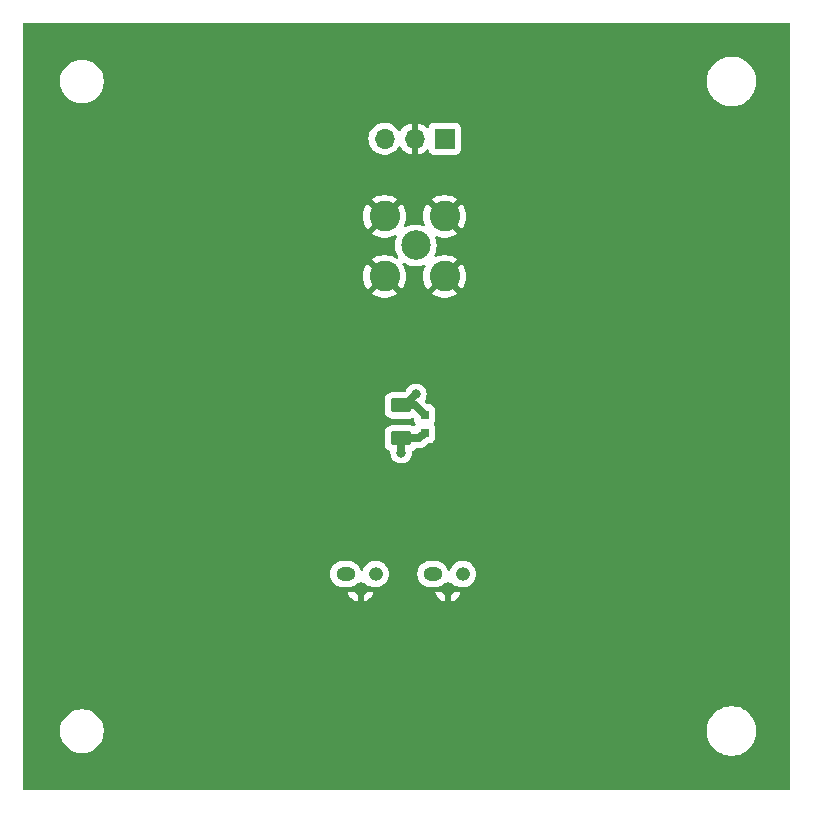
<source format=gbl>
G04 #@! TF.GenerationSoftware,KiCad,Pcbnew,8.0.2*
G04 #@! TF.CreationDate,2024-06-23T21:23:38-04:00*
G04 #@! TF.ProjectId,Homodyne,486f6d6f-6479-46e6-952e-6b696361645f,rev?*
G04 #@! TF.SameCoordinates,Original*
G04 #@! TF.FileFunction,Copper,L2,Bot*
G04 #@! TF.FilePolarity,Positive*
%FSLAX46Y46*%
G04 Gerber Fmt 4.6, Leading zero omitted, Abs format (unit mm)*
G04 Created by KiCad (PCBNEW 8.0.2) date 2024-06-23 21:23:38*
%MOMM*%
%LPD*%
G01*
G04 APERTURE LIST*
G04 Aperture macros list*
%AMRoundRect*
0 Rectangle with rounded corners*
0 $1 Rounding radius*
0 $2 $3 $4 $5 $6 $7 $8 $9 X,Y pos of 4 corners*
0 Add a 4 corners polygon primitive as box body*
4,1,4,$2,$3,$4,$5,$6,$7,$8,$9,$2,$3,0*
0 Add four circle primitives for the rounded corners*
1,1,$1+$1,$2,$3*
1,1,$1+$1,$4,$5*
1,1,$1+$1,$6,$7*
1,1,$1+$1,$8,$9*
0 Add four rect primitives between the rounded corners*
20,1,$1+$1,$2,$3,$4,$5,0*
20,1,$1+$1,$4,$5,$6,$7,0*
20,1,$1+$1,$6,$7,$8,$9,0*
20,1,$1+$1,$8,$9,$2,$3,0*%
G04 Aperture macros list end*
G04 #@! TA.AperFunction,ComponentPad*
%ADD10C,2.600000*%
G04 #@! TD*
G04 #@! TA.AperFunction,ComponentPad*
%ADD11C,2.500000*%
G04 #@! TD*
G04 #@! TA.AperFunction,ComponentPad*
%ADD12R,1.700000X1.700000*%
G04 #@! TD*
G04 #@! TA.AperFunction,ComponentPad*
%ADD13O,1.700000X1.700000*%
G04 #@! TD*
G04 #@! TA.AperFunction,ComponentPad*
%ADD14O,1.600000X1.200000*%
G04 #@! TD*
G04 #@! TA.AperFunction,ComponentPad*
%ADD15O,1.200000X1.200000*%
G04 #@! TD*
G04 #@! TA.AperFunction,SMDPad,CuDef*
%ADD16RoundRect,0.250000X-0.625000X0.375000X-0.625000X-0.375000X0.625000X-0.375000X0.625000X0.375000X0*%
G04 #@! TD*
G04 #@! TA.AperFunction,SMDPad,CuDef*
%ADD17R,0.750000X0.800000*%
G04 #@! TD*
G04 #@! TA.AperFunction,ViaPad*
%ADD18C,1.500000*%
G04 #@! TD*
G04 #@! TA.AperFunction,ViaPad*
%ADD19C,0.800000*%
G04 #@! TD*
G04 #@! TA.AperFunction,Conductor*
%ADD20C,0.650000*%
G04 #@! TD*
G04 APERTURE END LIST*
D10*
X150620000Y-86420000D03*
X150620000Y-91500000D03*
X155700000Y-86420000D03*
X155700000Y-91500000D03*
D11*
X153260000Y-88885000D03*
D12*
X155700000Y-79850000D03*
D13*
X153160000Y-79850000D03*
X150620000Y-79850000D03*
D14*
X147320000Y-116700000D03*
D15*
X148590000Y-117970000D03*
X149860000Y-116700000D03*
D14*
X154700000Y-116700000D03*
D15*
X155970000Y-117970000D03*
X157240000Y-116700000D03*
D16*
X152000000Y-102425000D03*
X152000000Y-105225000D03*
D17*
X154020000Y-103240000D03*
X154020000Y-104740000D03*
D18*
X156500000Y-129000000D03*
X142000000Y-74000000D03*
X129000000Y-111000000D03*
X161000000Y-83000000D03*
X179000000Y-124000000D03*
X169000000Y-84000000D03*
X133000000Y-91000000D03*
X124000000Y-84000000D03*
X182000000Y-119000000D03*
X163500000Y-126000000D03*
X143000000Y-91000000D03*
X140000000Y-129000000D03*
X140000000Y-107000000D03*
X175000000Y-92000000D03*
X135000000Y-109000000D03*
X137000000Y-124000000D03*
X171000000Y-110000000D03*
X171000000Y-124000000D03*
X168000000Y-96000000D03*
X167000000Y-75000000D03*
X163000000Y-93000000D03*
X143000000Y-112000000D03*
X175000000Y-97000000D03*
X150000000Y-124500000D03*
X138430000Y-86360000D03*
D19*
X153275000Y-101500000D03*
X152025000Y-106425000D03*
D20*
X152000000Y-102425000D02*
X152350000Y-102425000D01*
X152350000Y-102425000D02*
X153275000Y-101500000D01*
X153205000Y-102425000D02*
X154020000Y-103240000D01*
X152000000Y-102425000D02*
X153205000Y-102425000D01*
X152025000Y-105250000D02*
X152000000Y-105225000D01*
X152025000Y-106425000D02*
X152025000Y-105250000D01*
X153535000Y-105225000D02*
X154020000Y-104740000D01*
X152000000Y-105225000D02*
X153535000Y-105225000D01*
G04 #@! TA.AperFunction,Conductor*
G36*
X184917539Y-70045185D02*
G01*
X184963294Y-70097989D01*
X184974500Y-70149500D01*
X184974500Y-134850500D01*
X184954815Y-134917539D01*
X184902011Y-134963294D01*
X184850500Y-134974500D01*
X120149500Y-134974500D01*
X120082461Y-134954815D01*
X120036706Y-134902011D01*
X120025500Y-134850500D01*
X120025500Y-129878711D01*
X123149500Y-129878711D01*
X123149500Y-130121288D01*
X123181161Y-130361785D01*
X123243947Y-130596104D01*
X123277303Y-130676632D01*
X123336776Y-130820212D01*
X123458064Y-131030289D01*
X123458066Y-131030292D01*
X123458067Y-131030293D01*
X123605733Y-131222736D01*
X123605739Y-131222743D01*
X123777256Y-131394260D01*
X123777262Y-131394265D01*
X123969711Y-131541936D01*
X124179788Y-131663224D01*
X124403900Y-131756054D01*
X124638211Y-131818838D01*
X124818586Y-131842584D01*
X124878711Y-131850500D01*
X124878712Y-131850500D01*
X125121289Y-131850500D01*
X125169388Y-131844167D01*
X125361789Y-131818838D01*
X125596100Y-131756054D01*
X125820212Y-131663224D01*
X126030289Y-131541936D01*
X126222738Y-131394265D01*
X126394265Y-131222738D01*
X126541936Y-131030289D01*
X126663224Y-130820212D01*
X126756054Y-130596100D01*
X126818838Y-130361789D01*
X126850500Y-130121288D01*
X126850500Y-129878712D01*
X126848344Y-129862332D01*
X177899500Y-129862332D01*
X177899500Y-130137667D01*
X177899501Y-130137684D01*
X177935438Y-130410655D01*
X177935439Y-130410660D01*
X177935440Y-130410666D01*
X177935441Y-130410668D01*
X178006704Y-130676630D01*
X178112075Y-130931017D01*
X178112080Y-130931028D01*
X178194861Y-131074407D01*
X178249751Y-131169479D01*
X178249753Y-131169482D01*
X178249754Y-131169483D01*
X178417370Y-131387926D01*
X178417376Y-131387933D01*
X178612066Y-131582623D01*
X178612072Y-131582628D01*
X178830521Y-131750249D01*
X178983778Y-131838732D01*
X179068971Y-131887919D01*
X179068976Y-131887921D01*
X179068979Y-131887923D01*
X179323368Y-131993295D01*
X179589334Y-132064560D01*
X179862326Y-132100500D01*
X179862333Y-132100500D01*
X180137667Y-132100500D01*
X180137674Y-132100500D01*
X180410666Y-132064560D01*
X180676632Y-131993295D01*
X180931021Y-131887923D01*
X181169479Y-131750249D01*
X181387928Y-131582628D01*
X181582628Y-131387928D01*
X181750249Y-131169479D01*
X181887923Y-130931021D01*
X181993295Y-130676632D01*
X182064560Y-130410666D01*
X182100500Y-130137674D01*
X182100500Y-129862326D01*
X182064560Y-129589334D01*
X181993295Y-129323368D01*
X181887923Y-129068979D01*
X181887921Y-129068976D01*
X181887919Y-129068971D01*
X181838732Y-128983778D01*
X181750249Y-128830521D01*
X181582628Y-128612072D01*
X181582623Y-128612066D01*
X181387933Y-128417376D01*
X181387926Y-128417370D01*
X181169483Y-128249754D01*
X181169482Y-128249753D01*
X181169479Y-128249751D01*
X181050678Y-128181161D01*
X180931028Y-128112080D01*
X180931017Y-128112075D01*
X180676630Y-128006704D01*
X180543649Y-127971072D01*
X180410666Y-127935440D01*
X180410660Y-127935439D01*
X180410655Y-127935438D01*
X180137684Y-127899501D01*
X180137679Y-127899500D01*
X180137674Y-127899500D01*
X179862326Y-127899500D01*
X179862320Y-127899500D01*
X179862315Y-127899501D01*
X179589344Y-127935438D01*
X179589337Y-127935439D01*
X179589334Y-127935440D01*
X179533125Y-127950500D01*
X179323369Y-128006704D01*
X179068982Y-128112075D01*
X179068971Y-128112080D01*
X178830516Y-128249754D01*
X178612073Y-128417370D01*
X178612066Y-128417376D01*
X178417376Y-128612066D01*
X178417370Y-128612073D01*
X178249754Y-128830516D01*
X178112080Y-129068971D01*
X178112075Y-129068982D01*
X178006704Y-129323369D01*
X177935441Y-129589331D01*
X177935438Y-129589344D01*
X177899501Y-129862315D01*
X177899500Y-129862332D01*
X126848344Y-129862332D01*
X126818838Y-129638211D01*
X126756054Y-129403900D01*
X126663224Y-129179788D01*
X126541936Y-128969711D01*
X126394265Y-128777262D01*
X126394260Y-128777256D01*
X126222743Y-128605739D01*
X126222736Y-128605733D01*
X126030293Y-128458067D01*
X126030292Y-128458066D01*
X126030289Y-128458064D01*
X125820212Y-128336776D01*
X125820205Y-128336773D01*
X125596104Y-128243947D01*
X125361785Y-128181161D01*
X125121289Y-128149500D01*
X125121288Y-128149500D01*
X124878712Y-128149500D01*
X124878711Y-128149500D01*
X124638214Y-128181161D01*
X124403895Y-128243947D01*
X124179794Y-128336773D01*
X124179785Y-128336777D01*
X123969706Y-128458067D01*
X123777263Y-128605733D01*
X123777256Y-128605739D01*
X123605739Y-128777256D01*
X123605733Y-128777263D01*
X123458067Y-128969706D01*
X123336777Y-129179785D01*
X123336773Y-129179794D01*
X123243947Y-129403895D01*
X123181161Y-129638214D01*
X123149500Y-129878711D01*
X120025500Y-129878711D01*
X120025500Y-118220000D01*
X147517472Y-118220000D01*
X147559885Y-118369065D01*
X147559890Y-118369078D01*
X147650754Y-118551556D01*
X147773608Y-118714242D01*
X147924260Y-118851578D01*
X148097584Y-118958897D01*
X148287678Y-119032539D01*
X148340000Y-119042320D01*
X148840000Y-119042320D01*
X148892321Y-119032539D01*
X149082415Y-118958897D01*
X149255739Y-118851578D01*
X149406391Y-118714242D01*
X149529245Y-118551556D01*
X149620109Y-118369078D01*
X149620114Y-118369065D01*
X149662528Y-118220000D01*
X154897472Y-118220000D01*
X154939885Y-118369065D01*
X154939890Y-118369078D01*
X155030754Y-118551556D01*
X155153608Y-118714242D01*
X155304260Y-118851578D01*
X155477584Y-118958897D01*
X155667678Y-119032539D01*
X155720000Y-119042320D01*
X156220000Y-119042320D01*
X156272321Y-119032539D01*
X156462415Y-118958897D01*
X156635739Y-118851578D01*
X156786391Y-118714242D01*
X156909245Y-118551556D01*
X157000109Y-118369078D01*
X157000114Y-118369065D01*
X157042528Y-118220000D01*
X156220000Y-118220000D01*
X156220000Y-119042320D01*
X155720000Y-119042320D01*
X155720000Y-118220000D01*
X154897472Y-118220000D01*
X149662528Y-118220000D01*
X148840000Y-118220000D01*
X148840000Y-119042320D01*
X148340000Y-119042320D01*
X148340000Y-118220000D01*
X147517472Y-118220000D01*
X120025500Y-118220000D01*
X120025500Y-116612759D01*
X146011500Y-116612759D01*
X146011500Y-116787240D01*
X146038795Y-116959575D01*
X146092710Y-117125513D01*
X146092711Y-117125516D01*
X146171928Y-117280984D01*
X146274477Y-117422132D01*
X146274481Y-117422137D01*
X146397862Y-117545518D01*
X146397867Y-117545522D01*
X146500378Y-117620000D01*
X146539019Y-117648074D01*
X146634134Y-117696538D01*
X146694483Y-117727288D01*
X146694486Y-117727289D01*
X146777455Y-117754246D01*
X146860426Y-117781205D01*
X147032759Y-117808500D01*
X147032760Y-117808500D01*
X147607240Y-117808500D01*
X147607241Y-117808500D01*
X147779574Y-117781205D01*
X147945516Y-117727288D01*
X147945517Y-117727287D01*
X147949267Y-117726069D01*
X147987585Y-117720000D01*
X148345025Y-117720000D01*
X148309930Y-117755095D01*
X148263852Y-117834905D01*
X148240000Y-117923922D01*
X148240000Y-118016078D01*
X148263852Y-118105095D01*
X148309930Y-118184905D01*
X148375095Y-118250070D01*
X148454905Y-118296148D01*
X148543922Y-118320000D01*
X148636078Y-118320000D01*
X148725095Y-118296148D01*
X148804905Y-118250070D01*
X148870070Y-118184905D01*
X148916148Y-118105095D01*
X148940000Y-118016078D01*
X148940000Y-117923922D01*
X148916148Y-117834905D01*
X148870070Y-117755095D01*
X148834975Y-117720000D01*
X149401159Y-117720000D01*
X149445952Y-117728373D01*
X149544260Y-117766456D01*
X149555345Y-117770751D01*
X149757282Y-117808500D01*
X149757284Y-117808500D01*
X149962716Y-117808500D01*
X149962718Y-117808500D01*
X150164655Y-117770751D01*
X150356218Y-117696540D01*
X150530882Y-117588392D01*
X150682701Y-117449991D01*
X150806503Y-117286050D01*
X150898074Y-117102152D01*
X150954294Y-116904559D01*
X150973249Y-116700000D01*
X150965165Y-116612759D01*
X153391500Y-116612759D01*
X153391500Y-116787240D01*
X153418795Y-116959575D01*
X153472710Y-117125513D01*
X153472711Y-117125516D01*
X153551928Y-117280984D01*
X153654477Y-117422132D01*
X153654481Y-117422137D01*
X153777862Y-117545518D01*
X153777867Y-117545522D01*
X153880378Y-117620000D01*
X153919019Y-117648074D01*
X154014134Y-117696538D01*
X154074483Y-117727288D01*
X154074486Y-117727289D01*
X154157455Y-117754246D01*
X154240426Y-117781205D01*
X154412759Y-117808500D01*
X154412760Y-117808500D01*
X154987240Y-117808500D01*
X154987241Y-117808500D01*
X155159574Y-117781205D01*
X155325516Y-117727288D01*
X155325517Y-117727287D01*
X155329267Y-117726069D01*
X155367585Y-117720000D01*
X155725025Y-117720000D01*
X155689930Y-117755095D01*
X155643852Y-117834905D01*
X155620000Y-117923922D01*
X155620000Y-118016078D01*
X155643852Y-118105095D01*
X155689930Y-118184905D01*
X155755095Y-118250070D01*
X155834905Y-118296148D01*
X155923922Y-118320000D01*
X156016078Y-118320000D01*
X156105095Y-118296148D01*
X156184905Y-118250070D01*
X156250070Y-118184905D01*
X156296148Y-118105095D01*
X156320000Y-118016078D01*
X156320000Y-117923922D01*
X156296148Y-117834905D01*
X156250070Y-117755095D01*
X156214975Y-117720000D01*
X156781159Y-117720000D01*
X156825952Y-117728373D01*
X156924260Y-117766456D01*
X156935345Y-117770751D01*
X157137282Y-117808500D01*
X157137284Y-117808500D01*
X157342716Y-117808500D01*
X157342718Y-117808500D01*
X157544655Y-117770751D01*
X157736218Y-117696540D01*
X157910882Y-117588392D01*
X158062701Y-117449991D01*
X158186503Y-117286050D01*
X158278074Y-117102152D01*
X158334294Y-116904559D01*
X158353249Y-116700000D01*
X158334294Y-116495441D01*
X158278074Y-116297848D01*
X158266443Y-116274489D01*
X158186506Y-116113955D01*
X158186501Y-116113947D01*
X158062699Y-115950006D01*
X157910883Y-115811609D01*
X157910882Y-115811608D01*
X157736218Y-115703460D01*
X157544655Y-115629249D01*
X157342718Y-115591500D01*
X157137282Y-115591500D01*
X156935345Y-115629249D01*
X156935342Y-115629249D01*
X156935342Y-115629250D01*
X156743779Y-115703461D01*
X156569116Y-115811609D01*
X156417300Y-115950006D01*
X156293498Y-116113947D01*
X156293493Y-116113955D01*
X156201930Y-116297837D01*
X156201926Y-116297847D01*
X156188655Y-116344491D01*
X156151375Y-116403583D01*
X156088065Y-116433141D01*
X156018826Y-116423778D01*
X155965640Y-116378467D01*
X155951458Y-116348872D01*
X155927290Y-116274489D01*
X155927288Y-116274483D01*
X155899856Y-116220646D01*
X155848074Y-116119019D01*
X155834971Y-116100984D01*
X155745522Y-115977867D01*
X155745518Y-115977862D01*
X155622137Y-115854481D01*
X155622132Y-115854477D01*
X155480984Y-115751928D01*
X155480983Y-115751927D01*
X155480981Y-115751926D01*
X155431175Y-115726548D01*
X155325516Y-115672711D01*
X155325513Y-115672710D01*
X155159575Y-115618795D01*
X155073407Y-115605147D01*
X154987241Y-115591500D01*
X154412759Y-115591500D01*
X154355314Y-115600598D01*
X154240424Y-115618795D01*
X154074486Y-115672710D01*
X154074483Y-115672711D01*
X153919015Y-115751928D01*
X153777867Y-115854477D01*
X153777862Y-115854481D01*
X153654481Y-115977862D01*
X153654477Y-115977867D01*
X153551928Y-116119015D01*
X153472711Y-116274483D01*
X153472710Y-116274486D01*
X153418795Y-116440424D01*
X153391500Y-116612759D01*
X150965165Y-116612759D01*
X150954294Y-116495441D01*
X150898074Y-116297848D01*
X150886443Y-116274489D01*
X150806506Y-116113955D01*
X150806501Y-116113947D01*
X150682699Y-115950006D01*
X150530883Y-115811609D01*
X150530882Y-115811608D01*
X150356218Y-115703460D01*
X150164655Y-115629249D01*
X149962718Y-115591500D01*
X149757282Y-115591500D01*
X149555345Y-115629249D01*
X149555342Y-115629249D01*
X149555342Y-115629250D01*
X149363779Y-115703461D01*
X149189116Y-115811609D01*
X149037300Y-115950006D01*
X148913498Y-116113947D01*
X148913493Y-116113955D01*
X148821930Y-116297837D01*
X148821926Y-116297847D01*
X148808655Y-116344491D01*
X148771375Y-116403583D01*
X148708065Y-116433141D01*
X148638826Y-116423778D01*
X148585640Y-116378467D01*
X148571458Y-116348872D01*
X148547290Y-116274489D01*
X148547288Y-116274483D01*
X148519856Y-116220646D01*
X148468074Y-116119019D01*
X148454971Y-116100984D01*
X148365522Y-115977867D01*
X148365518Y-115977862D01*
X148242137Y-115854481D01*
X148242132Y-115854477D01*
X148100984Y-115751928D01*
X148100983Y-115751927D01*
X148100981Y-115751926D01*
X148051175Y-115726548D01*
X147945516Y-115672711D01*
X147945513Y-115672710D01*
X147779575Y-115618795D01*
X147693407Y-115605147D01*
X147607241Y-115591500D01*
X147032759Y-115591500D01*
X146975314Y-115600598D01*
X146860424Y-115618795D01*
X146694486Y-115672710D01*
X146694483Y-115672711D01*
X146539015Y-115751928D01*
X146397867Y-115854477D01*
X146397862Y-115854481D01*
X146274481Y-115977862D01*
X146274477Y-115977867D01*
X146171928Y-116119015D01*
X146092711Y-116274483D01*
X146092710Y-116274486D01*
X146038795Y-116440424D01*
X146011500Y-116612759D01*
X120025500Y-116612759D01*
X120025500Y-101999447D01*
X150616500Y-101999447D01*
X150616500Y-102850537D01*
X150616501Y-102850553D01*
X150627113Y-102954426D01*
X150682885Y-103122738D01*
X150775970Y-103273652D01*
X150901348Y-103399030D01*
X151052262Y-103492115D01*
X151220574Y-103547887D01*
X151324455Y-103558500D01*
X152675544Y-103558499D01*
X152779426Y-103547887D01*
X152947738Y-103492115D01*
X152947743Y-103492112D01*
X152954291Y-103489060D01*
X152954861Y-103490282D01*
X153014784Y-103473881D01*
X153081450Y-103494797D01*
X153126224Y-103548435D01*
X153136500Y-103597860D01*
X153136500Y-103688654D01*
X153143011Y-103749202D01*
X153143011Y-103749204D01*
X153178505Y-103844363D01*
X153194111Y-103886204D01*
X153194112Y-103886206D01*
X153194113Y-103886207D01*
X153216184Y-103915691D01*
X153240600Y-103981156D01*
X153225747Y-104049429D01*
X153216184Y-104064309D01*
X153194113Y-104093792D01*
X153194110Y-104093797D01*
X153181364Y-104127971D01*
X153139491Y-104183904D01*
X153074026Y-104208319D01*
X153005754Y-104193466D01*
X153000094Y-104190179D01*
X152947738Y-104157885D01*
X152857462Y-104127971D01*
X152779427Y-104102113D01*
X152675545Y-104091500D01*
X151324462Y-104091500D01*
X151324446Y-104091501D01*
X151220572Y-104102113D01*
X151052264Y-104157884D01*
X151052259Y-104157886D01*
X150901346Y-104250971D01*
X150775971Y-104376346D01*
X150682886Y-104527259D01*
X150682884Y-104527264D01*
X150627113Y-104695572D01*
X150616500Y-104799447D01*
X150616500Y-105650537D01*
X150616501Y-105650553D01*
X150620002Y-105684819D01*
X150627113Y-105754426D01*
X150682885Y-105922738D01*
X150775970Y-106073652D01*
X150901348Y-106199030D01*
X151052262Y-106292115D01*
X151052264Y-106292115D01*
X151054630Y-106293575D01*
X151101354Y-106345523D01*
X151112854Y-106412071D01*
X151111496Y-106424996D01*
X151111496Y-106425000D01*
X151131458Y-106614928D01*
X151131459Y-106614931D01*
X151190470Y-106796549D01*
X151190473Y-106796556D01*
X151285960Y-106961944D01*
X151413747Y-107103866D01*
X151568248Y-107216118D01*
X151742712Y-107293794D01*
X151929513Y-107333500D01*
X152120487Y-107333500D01*
X152307288Y-107293794D01*
X152481752Y-107216118D01*
X152636253Y-107103866D01*
X152764040Y-106961944D01*
X152859527Y-106796556D01*
X152918542Y-106614928D01*
X152938504Y-106425000D01*
X152934101Y-106383111D01*
X152946670Y-106314383D01*
X152992324Y-106264613D01*
X153098652Y-106199030D01*
X153202864Y-106094818D01*
X153264187Y-106061334D01*
X153290545Y-106058500D01*
X153617095Y-106058500D01*
X153617096Y-106058499D01*
X153778123Y-106026469D01*
X153929810Y-105963638D01*
X153929810Y-105963637D01*
X153929812Y-105963637D01*
X153997609Y-105918335D01*
X154066325Y-105872422D01*
X154253928Y-105684819D01*
X154315251Y-105651334D01*
X154341609Y-105648500D01*
X154443638Y-105648500D01*
X154443654Y-105648499D01*
X154470692Y-105645591D01*
X154504201Y-105641989D01*
X154641204Y-105590889D01*
X154758261Y-105503261D01*
X154845889Y-105386204D01*
X154896989Y-105249201D01*
X154900591Y-105215692D01*
X154903499Y-105188654D01*
X154903500Y-105188637D01*
X154903500Y-104291362D01*
X154903499Y-104291345D01*
X154900157Y-104260270D01*
X154896989Y-104230799D01*
X154888604Y-104208319D01*
X154874522Y-104170564D01*
X154845889Y-104093796D01*
X154823816Y-104064310D01*
X154799399Y-103998848D01*
X154814250Y-103930575D01*
X154823817Y-103915688D01*
X154845889Y-103886204D01*
X154896989Y-103749201D01*
X154900591Y-103715692D01*
X154903499Y-103688654D01*
X154903500Y-103688637D01*
X154903500Y-102791362D01*
X154903499Y-102791345D01*
X154900157Y-102760270D01*
X154896989Y-102730799D01*
X154845889Y-102593796D01*
X154758261Y-102476739D01*
X154641204Y-102389111D01*
X154504203Y-102338011D01*
X154443654Y-102331500D01*
X154443638Y-102331500D01*
X154341609Y-102331500D01*
X154274570Y-102311815D01*
X154253928Y-102295181D01*
X154074603Y-102115856D01*
X154041118Y-102054533D01*
X154046102Y-101984841D01*
X154054887Y-101966194D01*
X154109527Y-101871556D01*
X154168542Y-101689928D01*
X154188504Y-101500000D01*
X154168542Y-101310072D01*
X154109527Y-101128444D01*
X154014040Y-100963056D01*
X153886253Y-100821134D01*
X153731752Y-100708882D01*
X153557288Y-100631206D01*
X153557286Y-100631205D01*
X153370487Y-100591500D01*
X153179513Y-100591500D01*
X152992714Y-100631205D01*
X152818246Y-100708883D01*
X152663745Y-100821135D01*
X152535958Y-100963057D01*
X152440473Y-101128442D01*
X152440470Y-101128449D01*
X152436513Y-101140628D01*
X152406265Y-101189986D01*
X152341070Y-101255181D01*
X152279747Y-101288666D01*
X152253389Y-101291500D01*
X151324462Y-101291500D01*
X151324446Y-101291501D01*
X151220572Y-101302113D01*
X151052264Y-101357884D01*
X151052259Y-101357886D01*
X150901346Y-101450971D01*
X150775971Y-101576346D01*
X150682886Y-101727259D01*
X150682884Y-101727264D01*
X150627113Y-101895572D01*
X150616500Y-101999447D01*
X120025500Y-101999447D01*
X120025500Y-86419995D01*
X148814953Y-86419995D01*
X148814953Y-86420004D01*
X148835113Y-86689026D01*
X148835113Y-86689028D01*
X148895142Y-86952033D01*
X148895148Y-86952052D01*
X148993709Y-87203181D01*
X148993708Y-87203181D01*
X149128602Y-87436822D01*
X149182294Y-87504151D01*
X149182295Y-87504151D01*
X149904153Y-86782293D01*
X149911049Y-86798942D01*
X149998599Y-86929970D01*
X150110030Y-87041401D01*
X150241058Y-87128951D01*
X150257705Y-87135846D01*
X149534848Y-87858702D01*
X149717483Y-87983220D01*
X149717485Y-87983221D01*
X149960539Y-88100269D01*
X149960537Y-88100269D01*
X150218337Y-88179790D01*
X150218343Y-88179792D01*
X150485101Y-88219999D01*
X150485110Y-88220000D01*
X150754890Y-88220000D01*
X150754898Y-88219999D01*
X151021656Y-88179792D01*
X151021662Y-88179790D01*
X151279461Y-88100269D01*
X151487331Y-88000165D01*
X151556272Y-87988813D01*
X151620406Y-88016535D01*
X151659372Y-88074531D01*
X151660797Y-88144386D01*
X151656560Y-88157187D01*
X151574915Y-88365214D01*
X151574914Y-88365219D01*
X151574910Y-88365231D01*
X151516264Y-88622176D01*
X151496569Y-88884995D01*
X151496569Y-88885004D01*
X151516264Y-89147823D01*
X151516265Y-89147826D01*
X151574913Y-89404780D01*
X151671204Y-89650124D01*
X151723214Y-89740209D01*
X151769022Y-89819550D01*
X151785495Y-89887450D01*
X151762642Y-89953477D01*
X151707721Y-89996668D01*
X151638168Y-90003309D01*
X151591783Y-89984004D01*
X151522517Y-89936779D01*
X151522516Y-89936778D01*
X151279460Y-89819730D01*
X151279462Y-89819730D01*
X151021662Y-89740209D01*
X151021656Y-89740207D01*
X150754898Y-89700000D01*
X150485101Y-89700000D01*
X150218343Y-89740207D01*
X150218337Y-89740209D01*
X149960538Y-89819730D01*
X149717485Y-89936778D01*
X149717476Y-89936783D01*
X149534848Y-90061296D01*
X150257705Y-90784153D01*
X150241058Y-90791049D01*
X150110030Y-90878599D01*
X149998599Y-90990030D01*
X149911049Y-91121058D01*
X149904153Y-91137706D01*
X149182295Y-90415848D01*
X149128600Y-90483180D01*
X148993709Y-90716818D01*
X148895148Y-90967947D01*
X148895142Y-90967966D01*
X148835113Y-91230971D01*
X148835113Y-91230973D01*
X148814953Y-91499995D01*
X148814953Y-91500004D01*
X148835113Y-91769026D01*
X148835113Y-91769028D01*
X148895142Y-92032033D01*
X148895148Y-92032052D01*
X148993709Y-92283181D01*
X148993708Y-92283181D01*
X149128602Y-92516822D01*
X149182294Y-92584151D01*
X149182295Y-92584151D01*
X149904153Y-91862293D01*
X149911049Y-91878942D01*
X149998599Y-92009970D01*
X150110030Y-92121401D01*
X150241058Y-92208951D01*
X150257705Y-92215846D01*
X149534848Y-92938702D01*
X149717483Y-93063220D01*
X149717485Y-93063221D01*
X149960539Y-93180269D01*
X149960537Y-93180269D01*
X150218337Y-93259790D01*
X150218343Y-93259792D01*
X150485101Y-93299999D01*
X150485110Y-93300000D01*
X150754890Y-93300000D01*
X150754898Y-93299999D01*
X151021656Y-93259792D01*
X151021662Y-93259790D01*
X151279461Y-93180269D01*
X151522521Y-93063218D01*
X151705150Y-92938702D01*
X150982294Y-92215846D01*
X150998942Y-92208951D01*
X151129970Y-92121401D01*
X151241401Y-92009970D01*
X151328951Y-91878942D01*
X151335846Y-91862294D01*
X152057703Y-92584151D01*
X152057704Y-92584150D01*
X152111393Y-92516828D01*
X152111400Y-92516817D01*
X152246290Y-92283181D01*
X152344851Y-92032052D01*
X152344857Y-92032033D01*
X152404886Y-91769028D01*
X152404886Y-91769026D01*
X152425047Y-91500004D01*
X152425047Y-91499995D01*
X152404886Y-91230973D01*
X152404886Y-91230971D01*
X152344857Y-90967966D01*
X152344851Y-90967947D01*
X152246290Y-90716818D01*
X152142181Y-90536495D01*
X152125708Y-90468595D01*
X152148561Y-90402568D01*
X152203482Y-90359377D01*
X152273035Y-90352736D01*
X152319417Y-90372041D01*
X152378285Y-90412176D01*
X152615746Y-90526532D01*
X152867600Y-90604218D01*
X152867601Y-90604218D01*
X152867604Y-90604219D01*
X153128211Y-90643499D01*
X153128216Y-90643499D01*
X153128219Y-90643500D01*
X153128220Y-90643500D01*
X153391780Y-90643500D01*
X153391781Y-90643500D01*
X153391788Y-90643499D01*
X153652395Y-90604219D01*
X153652396Y-90604218D01*
X153652400Y-90604218D01*
X153904254Y-90526532D01*
X153928952Y-90514637D01*
X153997892Y-90503284D01*
X154062027Y-90531006D01*
X154100993Y-90589000D01*
X154102420Y-90658856D01*
X154090142Y-90688356D01*
X154073708Y-90716820D01*
X153975148Y-90967947D01*
X153975142Y-90967966D01*
X153915113Y-91230971D01*
X153915113Y-91230973D01*
X153894953Y-91499995D01*
X153894953Y-91500004D01*
X153915113Y-91769026D01*
X153915113Y-91769028D01*
X153975142Y-92032033D01*
X153975148Y-92032052D01*
X154073709Y-92283181D01*
X154073708Y-92283181D01*
X154208602Y-92516822D01*
X154262294Y-92584151D01*
X154984152Y-91862293D01*
X154991049Y-91878942D01*
X155078599Y-92009970D01*
X155190030Y-92121401D01*
X155321058Y-92208951D01*
X155337705Y-92215846D01*
X154614848Y-92938702D01*
X154797483Y-93063220D01*
X154797485Y-93063221D01*
X155040539Y-93180269D01*
X155040537Y-93180269D01*
X155298337Y-93259790D01*
X155298343Y-93259792D01*
X155565101Y-93299999D01*
X155565110Y-93300000D01*
X155834890Y-93300000D01*
X155834898Y-93299999D01*
X156101656Y-93259792D01*
X156101662Y-93259790D01*
X156359461Y-93180269D01*
X156602521Y-93063218D01*
X156785150Y-92938702D01*
X156062294Y-92215846D01*
X156078942Y-92208951D01*
X156209970Y-92121401D01*
X156321401Y-92009970D01*
X156408951Y-91878942D01*
X156415846Y-91862294D01*
X157137703Y-92584151D01*
X157137704Y-92584150D01*
X157191393Y-92516828D01*
X157191400Y-92516817D01*
X157326290Y-92283181D01*
X157424851Y-92032052D01*
X157424857Y-92032033D01*
X157484886Y-91769028D01*
X157484886Y-91769026D01*
X157505047Y-91500004D01*
X157505047Y-91499995D01*
X157484886Y-91230973D01*
X157484886Y-91230971D01*
X157424857Y-90967966D01*
X157424851Y-90967947D01*
X157326290Y-90716818D01*
X157326291Y-90716818D01*
X157191397Y-90483177D01*
X157137704Y-90415847D01*
X156415846Y-91137705D01*
X156408951Y-91121058D01*
X156321401Y-90990030D01*
X156209970Y-90878599D01*
X156078942Y-90791049D01*
X156062293Y-90784153D01*
X156785150Y-90061296D01*
X156602517Y-89936779D01*
X156602516Y-89936778D01*
X156359460Y-89819730D01*
X156359462Y-89819730D01*
X156101662Y-89740209D01*
X156101656Y-89740207D01*
X155834898Y-89700000D01*
X155565101Y-89700000D01*
X155298343Y-89740207D01*
X155298337Y-89740209D01*
X155040541Y-89819729D01*
X155001505Y-89838528D01*
X154932564Y-89849879D01*
X154868429Y-89822156D01*
X154829465Y-89764160D01*
X154828040Y-89694305D01*
X154840317Y-89664809D01*
X154848796Y-89650124D01*
X154945087Y-89404780D01*
X155003735Y-89147826D01*
X155023431Y-88885000D01*
X155003735Y-88622174D01*
X154945087Y-88365220D01*
X154907701Y-88269964D01*
X154901533Y-88200371D01*
X154933970Y-88138488D01*
X154994715Y-88103965D01*
X155059680Y-88106174D01*
X155298337Y-88179790D01*
X155298343Y-88179792D01*
X155565101Y-88219999D01*
X155565110Y-88220000D01*
X155834890Y-88220000D01*
X155834898Y-88219999D01*
X156101656Y-88179792D01*
X156101662Y-88179790D01*
X156359461Y-88100269D01*
X156602521Y-87983218D01*
X156785150Y-87858702D01*
X156062294Y-87135846D01*
X156078942Y-87128951D01*
X156209970Y-87041401D01*
X156321401Y-86929970D01*
X156408951Y-86798942D01*
X156415846Y-86782294D01*
X157137703Y-87504151D01*
X157137704Y-87504150D01*
X157191393Y-87436828D01*
X157191400Y-87436817D01*
X157326290Y-87203181D01*
X157424851Y-86952052D01*
X157424857Y-86952033D01*
X157484886Y-86689028D01*
X157484886Y-86689026D01*
X157505047Y-86420004D01*
X157505047Y-86419995D01*
X157484886Y-86150973D01*
X157484886Y-86150971D01*
X157424857Y-85887966D01*
X157424851Y-85887947D01*
X157326290Y-85636818D01*
X157326291Y-85636818D01*
X157191397Y-85403177D01*
X157137704Y-85335847D01*
X156415846Y-86057705D01*
X156408951Y-86041058D01*
X156321401Y-85910030D01*
X156209970Y-85798599D01*
X156078942Y-85711049D01*
X156062294Y-85704153D01*
X156785150Y-84981296D01*
X156602517Y-84856779D01*
X156602516Y-84856778D01*
X156359460Y-84739730D01*
X156359462Y-84739730D01*
X156101662Y-84660209D01*
X156101656Y-84660207D01*
X155834898Y-84620000D01*
X155565101Y-84620000D01*
X155298343Y-84660207D01*
X155298337Y-84660209D01*
X155040538Y-84739730D01*
X154797485Y-84856778D01*
X154797476Y-84856783D01*
X154614848Y-84981296D01*
X155337705Y-85704153D01*
X155321058Y-85711049D01*
X155190030Y-85798599D01*
X155078599Y-85910030D01*
X154991049Y-86041058D01*
X154984153Y-86057706D01*
X154262295Y-85335848D01*
X154208600Y-85403180D01*
X154073709Y-85636818D01*
X153975148Y-85887947D01*
X153975142Y-85887966D01*
X153915113Y-86150971D01*
X153915113Y-86150973D01*
X153894953Y-86419995D01*
X153894953Y-86420004D01*
X153915113Y-86689026D01*
X153915113Y-86689028D01*
X153975142Y-86952033D01*
X153975146Y-86952047D01*
X154020967Y-87068795D01*
X154027136Y-87138392D01*
X153994698Y-87200276D01*
X153933953Y-87234799D01*
X153868990Y-87232589D01*
X153652405Y-87165783D01*
X153652395Y-87165780D01*
X153391788Y-87126500D01*
X153391781Y-87126500D01*
X153128219Y-87126500D01*
X153128211Y-87126500D01*
X152867604Y-87165780D01*
X152867598Y-87165782D01*
X152615742Y-87243469D01*
X152425349Y-87335158D01*
X152356408Y-87346510D01*
X152292274Y-87318788D01*
X152253308Y-87260792D01*
X152251883Y-87190937D01*
X152256120Y-87178135D01*
X152344853Y-86952047D01*
X152344857Y-86952033D01*
X152404886Y-86689028D01*
X152404886Y-86689026D01*
X152425047Y-86420004D01*
X152425047Y-86419995D01*
X152404886Y-86150973D01*
X152404886Y-86150971D01*
X152344857Y-85887966D01*
X152344851Y-85887947D01*
X152246290Y-85636818D01*
X152246291Y-85636818D01*
X152111397Y-85403177D01*
X152057704Y-85335847D01*
X151335846Y-86057705D01*
X151328951Y-86041058D01*
X151241401Y-85910030D01*
X151129970Y-85798599D01*
X150998942Y-85711049D01*
X150982294Y-85704153D01*
X151705150Y-84981296D01*
X151522517Y-84856779D01*
X151522516Y-84856778D01*
X151279460Y-84739730D01*
X151279462Y-84739730D01*
X151021662Y-84660209D01*
X151021656Y-84660207D01*
X150754898Y-84620000D01*
X150485101Y-84620000D01*
X150218343Y-84660207D01*
X150218337Y-84660209D01*
X149960538Y-84739730D01*
X149717485Y-84856778D01*
X149717476Y-84856783D01*
X149534848Y-84981296D01*
X150257705Y-85704153D01*
X150241058Y-85711049D01*
X150110030Y-85798599D01*
X149998599Y-85910030D01*
X149911049Y-86041058D01*
X149904153Y-86057706D01*
X149182295Y-85335848D01*
X149128600Y-85403180D01*
X148993709Y-85636818D01*
X148895148Y-85887947D01*
X148895142Y-85887966D01*
X148835113Y-86150971D01*
X148835113Y-86150973D01*
X148814953Y-86419995D01*
X120025500Y-86419995D01*
X120025500Y-79849994D01*
X149256844Y-79849994D01*
X149256844Y-79850005D01*
X149275434Y-80074359D01*
X149275436Y-80074371D01*
X149330703Y-80292614D01*
X149421140Y-80498792D01*
X149544276Y-80687265D01*
X149544284Y-80687276D01*
X149663355Y-80816619D01*
X149696760Y-80852906D01*
X149874424Y-80991189D01*
X149874425Y-80991189D01*
X149874427Y-80991191D01*
X149934314Y-81023600D01*
X150072426Y-81098342D01*
X150285365Y-81171444D01*
X150507431Y-81208500D01*
X150732569Y-81208500D01*
X150954635Y-81171444D01*
X151167574Y-81098342D01*
X151365576Y-80991189D01*
X151543240Y-80852906D01*
X151648295Y-80738787D01*
X151695715Y-80687276D01*
X151695715Y-80687275D01*
X151695722Y-80687268D01*
X151789749Y-80543347D01*
X151842894Y-80497994D01*
X151912125Y-80488570D01*
X151975461Y-80518072D01*
X151995130Y-80540048D01*
X152121890Y-80721078D01*
X152288917Y-80888105D01*
X152482421Y-81023600D01*
X152696507Y-81123429D01*
X152696516Y-81123433D01*
X152910000Y-81180634D01*
X152910000Y-80283012D01*
X152967007Y-80315925D01*
X153094174Y-80350000D01*
X153225826Y-80350000D01*
X153352993Y-80315925D01*
X153410000Y-80283012D01*
X153410000Y-81180633D01*
X153623483Y-81123433D01*
X153623492Y-81123429D01*
X153837578Y-81023600D01*
X154031078Y-80888108D01*
X154146914Y-80772272D01*
X154208237Y-80738787D01*
X154277929Y-80743771D01*
X154333863Y-80785642D01*
X154350777Y-80816619D01*
X154399110Y-80946203D01*
X154399111Y-80946204D01*
X154486739Y-81063261D01*
X154603796Y-81150889D01*
X154740799Y-81201989D01*
X154768050Y-81204918D01*
X154801345Y-81208499D01*
X154801362Y-81208500D01*
X156598638Y-81208500D01*
X156598654Y-81208499D01*
X156625692Y-81205591D01*
X156659201Y-81201989D01*
X156796204Y-81150889D01*
X156913261Y-81063261D01*
X157000889Y-80946204D01*
X157051989Y-80809201D01*
X157055959Y-80772272D01*
X157058499Y-80748654D01*
X157058500Y-80748637D01*
X157058500Y-78951362D01*
X157058499Y-78951345D01*
X157055157Y-78920270D01*
X157051989Y-78890799D01*
X157049222Y-78883381D01*
X157022559Y-78811894D01*
X157000889Y-78753796D01*
X156913261Y-78636739D01*
X156796204Y-78549111D01*
X156659203Y-78498011D01*
X156598654Y-78491500D01*
X156598638Y-78491500D01*
X154801362Y-78491500D01*
X154801345Y-78491500D01*
X154740797Y-78498011D01*
X154740795Y-78498011D01*
X154603795Y-78549111D01*
X154486739Y-78636739D01*
X154399111Y-78753795D01*
X154350777Y-78883381D01*
X154308905Y-78939314D01*
X154243441Y-78963730D01*
X154175168Y-78948878D01*
X154146915Y-78927727D01*
X154031082Y-78811894D01*
X153837578Y-78676399D01*
X153623492Y-78576570D01*
X153623486Y-78576567D01*
X153410000Y-78519364D01*
X153410000Y-79416988D01*
X153352993Y-79384075D01*
X153225826Y-79350000D01*
X153094174Y-79350000D01*
X152967007Y-79384075D01*
X152910000Y-79416988D01*
X152910000Y-78519364D01*
X152909999Y-78519364D01*
X152696513Y-78576567D01*
X152696507Y-78576570D01*
X152482422Y-78676399D01*
X152482420Y-78676400D01*
X152288926Y-78811886D01*
X152288920Y-78811891D01*
X152121891Y-78978920D01*
X152121890Y-78978922D01*
X151995131Y-79159952D01*
X151940554Y-79203577D01*
X151871055Y-79210769D01*
X151808701Y-79179247D01*
X151789752Y-79156656D01*
X151695722Y-79012732D01*
X151695715Y-79012725D01*
X151695715Y-79012723D01*
X151543243Y-78847097D01*
X151543238Y-78847092D01*
X151365577Y-78708812D01*
X151365572Y-78708808D01*
X151167580Y-78601661D01*
X151167577Y-78601659D01*
X151167574Y-78601658D01*
X151167571Y-78601657D01*
X151167569Y-78601656D01*
X150954637Y-78528556D01*
X150732569Y-78491500D01*
X150507431Y-78491500D01*
X150285362Y-78528556D01*
X150072430Y-78601656D01*
X150072419Y-78601661D01*
X149874427Y-78708808D01*
X149874422Y-78708812D01*
X149696761Y-78847092D01*
X149696756Y-78847097D01*
X149544284Y-79012723D01*
X149544276Y-79012734D01*
X149421140Y-79201207D01*
X149330703Y-79407385D01*
X149275436Y-79625628D01*
X149275434Y-79625640D01*
X149256844Y-79849994D01*
X120025500Y-79849994D01*
X120025500Y-74878711D01*
X123149500Y-74878711D01*
X123149500Y-75121288D01*
X123181161Y-75361785D01*
X123243947Y-75596104D01*
X123277303Y-75676632D01*
X123336776Y-75820212D01*
X123458064Y-76030289D01*
X123458066Y-76030292D01*
X123458067Y-76030293D01*
X123605733Y-76222736D01*
X123605739Y-76222743D01*
X123777256Y-76394260D01*
X123777262Y-76394265D01*
X123969711Y-76541936D01*
X124179788Y-76663224D01*
X124403900Y-76756054D01*
X124638211Y-76818838D01*
X124818586Y-76842584D01*
X124878711Y-76850500D01*
X124878712Y-76850500D01*
X125121289Y-76850500D01*
X125169388Y-76844167D01*
X125361789Y-76818838D01*
X125596100Y-76756054D01*
X125820212Y-76663224D01*
X126030289Y-76541936D01*
X126222738Y-76394265D01*
X126394265Y-76222738D01*
X126541936Y-76030289D01*
X126663224Y-75820212D01*
X126756054Y-75596100D01*
X126818838Y-75361789D01*
X126850500Y-75121288D01*
X126850500Y-74878712D01*
X126848344Y-74862332D01*
X177899500Y-74862332D01*
X177899500Y-75137667D01*
X177899501Y-75137684D01*
X177935438Y-75410655D01*
X177935439Y-75410660D01*
X177935440Y-75410666D01*
X177935441Y-75410668D01*
X178006704Y-75676630D01*
X178112075Y-75931017D01*
X178112080Y-75931028D01*
X178194861Y-76074407D01*
X178249751Y-76169479D01*
X178249753Y-76169482D01*
X178249754Y-76169483D01*
X178417370Y-76387926D01*
X178417376Y-76387933D01*
X178612066Y-76582623D01*
X178612072Y-76582628D01*
X178830521Y-76750249D01*
X178983778Y-76838732D01*
X179068971Y-76887919D01*
X179068976Y-76887921D01*
X179068979Y-76887923D01*
X179323368Y-76993295D01*
X179589334Y-77064560D01*
X179862326Y-77100500D01*
X179862333Y-77100500D01*
X180137667Y-77100500D01*
X180137674Y-77100500D01*
X180410666Y-77064560D01*
X180676632Y-76993295D01*
X180931021Y-76887923D01*
X181169479Y-76750249D01*
X181387928Y-76582628D01*
X181582628Y-76387928D01*
X181750249Y-76169479D01*
X181887923Y-75931021D01*
X181993295Y-75676632D01*
X182064560Y-75410666D01*
X182100500Y-75137674D01*
X182100500Y-74862326D01*
X182064560Y-74589334D01*
X181993295Y-74323368D01*
X181887923Y-74068979D01*
X181887921Y-74068976D01*
X181887919Y-74068971D01*
X181838732Y-73983778D01*
X181750249Y-73830521D01*
X181582628Y-73612072D01*
X181582623Y-73612066D01*
X181387933Y-73417376D01*
X181387926Y-73417370D01*
X181169483Y-73249754D01*
X181169482Y-73249753D01*
X181169479Y-73249751D01*
X181050678Y-73181161D01*
X180931028Y-73112080D01*
X180931017Y-73112075D01*
X180676630Y-73006704D01*
X180543649Y-72971072D01*
X180410666Y-72935440D01*
X180410660Y-72935439D01*
X180410655Y-72935438D01*
X180137684Y-72899501D01*
X180137679Y-72899500D01*
X180137674Y-72899500D01*
X179862326Y-72899500D01*
X179862320Y-72899500D01*
X179862315Y-72899501D01*
X179589344Y-72935438D01*
X179589337Y-72935439D01*
X179589334Y-72935440D01*
X179533125Y-72950500D01*
X179323369Y-73006704D01*
X179068982Y-73112075D01*
X179068971Y-73112080D01*
X178830516Y-73249754D01*
X178612073Y-73417370D01*
X178612066Y-73417376D01*
X178417376Y-73612066D01*
X178417370Y-73612073D01*
X178249754Y-73830516D01*
X178112080Y-74068971D01*
X178112075Y-74068982D01*
X178006704Y-74323369D01*
X177935441Y-74589331D01*
X177935438Y-74589344D01*
X177899501Y-74862315D01*
X177899500Y-74862332D01*
X126848344Y-74862332D01*
X126818838Y-74638211D01*
X126756054Y-74403900D01*
X126663224Y-74179788D01*
X126541936Y-73969711D01*
X126394265Y-73777262D01*
X126394260Y-73777256D01*
X126222743Y-73605739D01*
X126222736Y-73605733D01*
X126030293Y-73458067D01*
X126030292Y-73458066D01*
X126030289Y-73458064D01*
X125820212Y-73336776D01*
X125820205Y-73336773D01*
X125596104Y-73243947D01*
X125361785Y-73181161D01*
X125121289Y-73149500D01*
X125121288Y-73149500D01*
X124878712Y-73149500D01*
X124878711Y-73149500D01*
X124638214Y-73181161D01*
X124403895Y-73243947D01*
X124179794Y-73336773D01*
X124179785Y-73336777D01*
X123969706Y-73458067D01*
X123777263Y-73605733D01*
X123777256Y-73605739D01*
X123605739Y-73777256D01*
X123605733Y-73777263D01*
X123458067Y-73969706D01*
X123336777Y-74179785D01*
X123336773Y-74179794D01*
X123243947Y-74403895D01*
X123181161Y-74638214D01*
X123149500Y-74878711D01*
X120025500Y-74878711D01*
X120025500Y-70149500D01*
X120045185Y-70082461D01*
X120097989Y-70036706D01*
X120149500Y-70025500D01*
X184850500Y-70025500D01*
X184917539Y-70045185D01*
G37*
G04 #@! TD.AperFunction*
M02*

</source>
